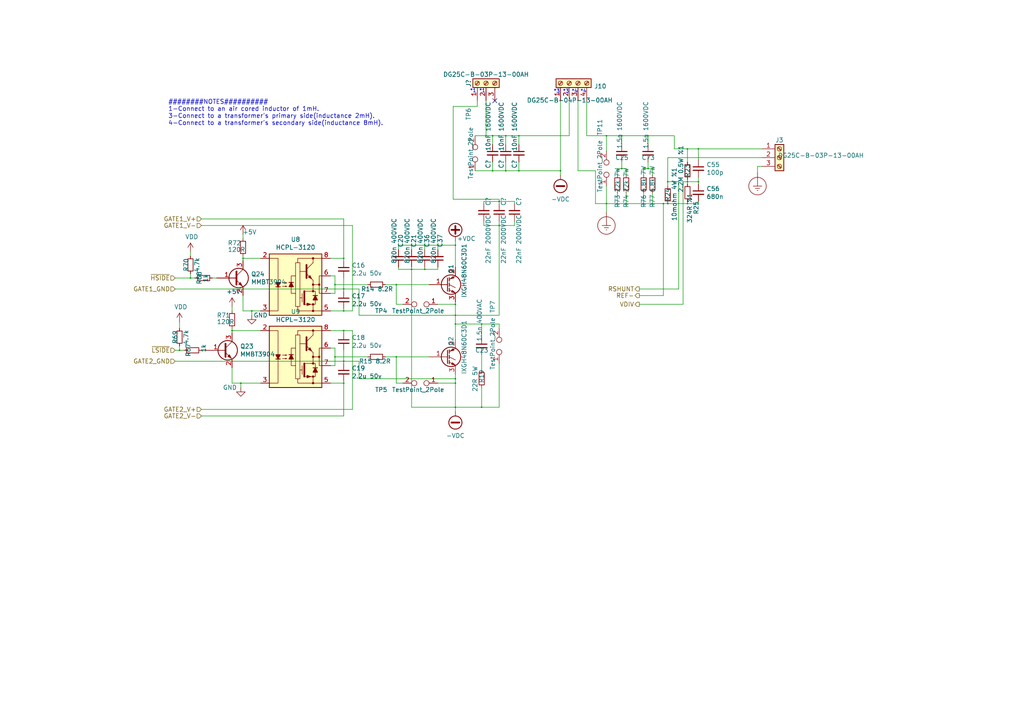
<source format=kicad_sch>
(kicad_sch (version 20200714) (host eeschema "5.99.0-unknown-4b7c88309~102~ubuntu18.04.1")
  (page 6 7)
  (paper "A4")
  (lib_symbols
    (symbol "Connector:Screw_Terminal_01x03" (pin_names hide)
      (property "Reference" "J" (at 0 5.08 0))
      (property "Value" "Screw_Terminal_01x03" (at 0 -5.08 0))
      (symbol "Screw_Terminal_01x03_1_1"
        (pin passive line (at -5.08 2.54 0) (length 3.81) (name "Pin_1") (number "1"))
        (pin passive line (at -5.08 0 0) (length 3.81) (name "Pin_2") (number "2"))
        (pin passive line (at -5.08 -2.54 0) (length 3.81) (name "Pin_3") (number "3"))
      )
    )
    (symbol "Connector:Screw_Terminal_01x03_1" (pin_names hide)
      (property "Reference" "J" (at 0 5.08 0))
      (property "Value" "Screw_Terminal_01x03" (at 0 -5.08 0))
      (symbol "Screw_Terminal_01x03_1_1_1"
        (pin passive line (at -5.08 2.54 0) (length 3.81) (name "Pin_1") (number "1"))
        (pin passive line (at -5.08 0 0) (length 3.81) (name "Pin_2") (number "2"))
        (pin passive line (at -5.08 -2.54 0) (length 3.81) (name "Pin_3") (number "3"))
      )
    )
    (symbol "Connector:Screw_Terminal_01x04" (pin_names hide)
      (property "Reference" "J" (at 0 5.08 0))
      (property "Value" "Screw_Terminal_01x04" (at 0 -7.62 0))
      (symbol "Screw_Terminal_01x04_1_1"
        (pin passive line (at -5.08 2.54 0) (length 3.81) (name "Pin_1") (number "1"))
        (pin passive line (at -5.08 0 0) (length 3.81) (name "Pin_2") (number "2"))
        (pin passive line (at -5.08 -2.54 0) (length 3.81) (name "Pin_3") (number "3"))
        (pin passive line (at -5.08 -5.08 0) (length 3.81) (name "Pin_4") (number "4"))
      )
    )
    (symbol "Connector:TestPoint_2Pole" (pin_names (offset 0.762) hide)
      (property "Reference" "TP" (at 0 1.524 0))
      (property "Value" "TestPoint_2Pole" (at 0 -1.778 0))
      (symbol "TestPoint_2Pole_0_1"
        (pin passive line (at -5.08 0 0) (length 2.54) (name "1") (number "1"))
        (pin passive line (at 5.08 0 180) (length 2.54) (name "2") (number "2"))
      )
    )
    (symbol "Device:C_Small_1" (pin_numbers hide) (pin_names (offset 0.254) hide)
      (property "Reference" "C" (at 0.254 1.778 0))
      (property "Value" "C_Small" (at 0.254 -2.032 0))
      (symbol "C_Small_1_1_1"
        (pin passive line (at 0 2.54 270) (length 2.032) (name "~") (number "1"))
        (pin passive line (at 0 -2.54 90) (length 2.032) (name "~") (number "2"))
      )
    )
    (symbol "Device:C_Small_10" (pin_numbers hide) (pin_names (offset 0.254) hide)
      (property "Reference" "C" (at 0.254 1.778 0))
      (property "Value" "C_Small" (at 0.254 -2.032 0))
      (symbol "C_Small_10_1_1"
        (pin passive line (at 0 2.54 270) (length 2.032) (name "~") (number "1"))
        (pin passive line (at 0 -2.54 90) (length 2.032) (name "~") (number "2"))
      )
    )
    (symbol "Device:C_Small_14" (pin_numbers hide) (pin_names (offset 0.254) hide)
      (property "Reference" "C" (at 0.254 1.778 0))
      (property "Value" "C_Small" (at 0.254 -2.032 0))
      (symbol "C_Small_14_1_1"
        (pin passive line (at 0 2.54 270) (length 2.032) (name "~") (number "1"))
        (pin passive line (at 0 -2.54 90) (length 2.032) (name "~") (number "2"))
      )
    )
    (symbol "Device:C_Small_17" (pin_numbers hide) (pin_names (offset 0.254) hide)
      (property "Reference" "C" (at 0.254 1.778 0))
      (property "Value" "C_Small" (at 0.254 -2.032 0))
      (symbol "C_Small_17_1_1"
        (pin passive line (at 0 2.54 270) (length 2.032) (name "~") (number "1"))
        (pin passive line (at 0 -2.54 90) (length 2.032) (name "~") (number "2"))
      )
    )
    (symbol "Device:C_Small_19" (pin_numbers hide) (pin_names (offset 0.254) hide)
      (property "Reference" "C" (at 0.254 1.778 0))
      (property "Value" "C_Small" (at 0.254 -2.032 0))
      (symbol "C_Small_19_1_1"
        (pin passive line (at 0 2.54 270) (length 2.032) (name "~") (number "1"))
        (pin passive line (at 0 -2.54 90) (length 2.032) (name "~") (number "2"))
      )
    )
    (symbol "Device:C_Small_2" (pin_numbers hide) (pin_names (offset 0.254) hide)
      (property "Reference" "C" (at 0.254 1.778 0))
      (property "Value" "C_Small" (at 0.254 -2.032 0))
      (symbol "C_Small_2_1_1"
        (pin passive line (at 0 2.54 270) (length 2.032) (name "~") (number "1"))
        (pin passive line (at 0 -2.54 90) (length 2.032) (name "~") (number "2"))
      )
    )
    (symbol "Device:C_Small_3" (pin_numbers hide) (pin_names (offset 0.254) hide)
      (property "Reference" "C" (at 0.254 1.778 0))
      (property "Value" "C_Small" (at 0.254 -2.032 0))
      (symbol "C_Small_3_1_1"
        (pin passive line (at 0 2.54 270) (length 2.032) (name "~") (number "1"))
        (pin passive line (at 0 -2.54 90) (length 2.032) (name "~") (number "2"))
      )
    )
    (symbol "Device:C_Small_5" (pin_numbers hide) (pin_names (offset 0.254) hide)
      (property "Reference" "C" (at 0.254 1.778 0))
      (property "Value" "C_Small" (at 0.254 -2.032 0))
      (symbol "C_Small_5_1_1"
        (pin passive line (at 0 2.54 270) (length 2.032) (name "~") (number "1"))
        (pin passive line (at 0 -2.54 90) (length 2.032) (name "~") (number "2"))
      )
    )
    (symbol "Device:C_Small_6" (pin_numbers hide) (pin_names (offset 0.254) hide)
      (property "Reference" "C" (at 0.254 1.778 0))
      (property "Value" "C_Small" (at 0.254 -2.032 0))
      (symbol "C_Small_6_1_1"
        (pin passive line (at 0 2.54 270) (length 2.032) (name "~") (number "1"))
        (pin passive line (at 0 -2.54 90) (length 2.032) (name "~") (number "2"))
      )
    )
    (symbol "Device:C_Small_9" (pin_numbers hide) (pin_names (offset 0.254) hide)
      (property "Reference" "C" (at 0.254 1.778 0))
      (property "Value" "C_Small" (at 0.254 -2.032 0))
      (symbol "C_Small_9_1_1"
        (pin passive line (at 0 2.54 270) (length 2.032) (name "~") (number "1"))
        (pin passive line (at 0 -2.54 90) (length 2.032) (name "~") (number "2"))
      )
    )
    (symbol "Device:Q_NIGBT_GCE_1" (pin_names (offset 0) hide)
      (property "Reference" "Q" (at 5.08 1.27 0))
      (property "Value" "Q_NIGBT_GCE" (at 5.08 -1.27 0))
      (symbol "Q_NIGBT_GCE_1_1_1"
        (pin input line (at -5.08 0 0) (length 5.334) (name "G") (number "1"))
        (pin passive line (at 2.54 5.08 270) (length 2.54) (name "C") (number "2"))
        (pin passive line (at 2.54 -5.08 90) (length 2.54) (name "E") (number "3"))
      )
    )
    (symbol "Device:R_Small_1" (pin_numbers hide) (pin_names (offset 0.254) hide)
      (property "Reference" "R" (at 0.762 0.508 0))
      (property "Value" "R_Small" (at 0.762 -1.016 0))
      (symbol "R_Small_1_1_1"
        (pin passive line (at 0 2.54 270) (length 0.762) (name "~") (number "1"))
        (pin passive line (at 0 -2.54 90) (length 0.762) (name "~") (number "2"))
      )
    )
    (symbol "Device:R_Small_10" (pin_numbers hide) (pin_names (offset 0.254) hide)
      (property "Reference" "R" (at 0.762 0.508 0))
      (property "Value" "R_Small" (at 0.762 -1.016 0))
      (symbol "R_Small_10_1_1"
        (pin passive line (at 0 2.54 270) (length 0.762) (name "~") (number "1"))
        (pin passive line (at 0 -2.54 90) (length 0.762) (name "~") (number "2"))
      )
    )
    (symbol "Device:R_Small_11" (pin_numbers hide) (pin_names (offset 0.254) hide)
      (property "Reference" "R" (at 0.762 0.508 0))
      (property "Value" "R_Small" (at 0.762 -1.016 0))
      (symbol "R_Small_11_1_1"
        (pin passive line (at 0 2.54 270) (length 0.762) (name "~") (number "1"))
        (pin passive line (at 0 -2.54 90) (length 0.762) (name "~") (number "2"))
      )
    )
    (symbol "Device:R_Small_14" (pin_numbers hide) (pin_names (offset 0.254) hide)
      (property "Reference" "R" (at 0.762 0.508 0))
      (property "Value" "R_Small" (at 0.762 -1.016 0))
      (symbol "R_Small_14_1_1"
        (pin passive line (at 0 2.54 270) (length 0.762) (name "~") (number "1"))
        (pin passive line (at 0 -2.54 90) (length 0.762) (name "~") (number "2"))
      )
    )
    (symbol "Device:R_Small_15" (pin_numbers hide) (pin_names (offset 0.254) hide)
      (property "Reference" "R" (at 0.762 0.508 0))
      (property "Value" "R_Small" (at 0.762 -1.016 0))
      (symbol "R_Small_15_1_1"
        (pin passive line (at 0 2.54 270) (length 0.762) (name "~") (number "1"))
        (pin passive line (at 0 -2.54 90) (length 0.762) (name "~") (number "2"))
      )
    )
    (symbol "Device:R_Small_16" (pin_numbers hide) (pin_names (offset 0.254) hide)
      (property "Reference" "R" (at 0.762 0.508 0))
      (property "Value" "R_Small" (at 0.762 -1.016 0))
      (symbol "R_Small_16_1_1"
        (pin passive line (at 0 2.54 270) (length 0.762) (name "~") (number "1"))
        (pin passive line (at 0 -2.54 90) (length 0.762) (name "~") (number "2"))
      )
    )
    (symbol "Device:R_Small_2" (pin_numbers hide) (pin_names (offset 0.254) hide)
      (property "Reference" "R" (at 0.762 0.508 0))
      (property "Value" "R_Small" (at 0.762 -1.016 0))
      (symbol "R_Small_2_1_1"
        (pin passive line (at 0 2.54 270) (length 0.762) (name "~") (number "1"))
        (pin passive line (at 0 -2.54 90) (length 0.762) (name "~") (number "2"))
      )
    )
    (symbol "Device:R_Small_23" (pin_numbers hide) (pin_names (offset 0.254) hide)
      (property "Reference" "R" (at 0.762 0.508 0))
      (property "Value" "R_Small" (at 0.762 -1.016 0))
      (symbol "R_Small_23_1_1"
        (pin passive line (at 0 2.54 270) (length 0.762) (name "~") (number "1"))
        (pin passive line (at 0 -2.54 90) (length 0.762) (name "~") (number "2"))
      )
    )
    (symbol "Device:R_Small_4" (pin_numbers hide) (pin_names (offset 0.254) hide)
      (property "Reference" "R" (at 0.762 0.508 0))
      (property "Value" "R_Small" (at 0.762 -1.016 0))
      (symbol "R_Small_4_1_1"
        (pin passive line (at 0 2.54 270) (length 0.762) (name "~") (number "1"))
        (pin passive line (at 0 -2.54 90) (length 0.762) (name "~") (number "2"))
      )
    )
    (symbol "Device:R_Small_5" (pin_numbers hide) (pin_names (offset 0.254) hide)
      (property "Reference" "R" (at 0.762 0.508 0))
      (property "Value" "R_Small" (at 0.762 -1.016 0))
      (symbol "R_Small_5_1_1"
        (pin passive line (at 0 2.54 270) (length 0.762) (name "~") (number "1"))
        (pin passive line (at 0 -2.54 90) (length 0.762) (name "~") (number "2"))
      )
    )
    (symbol "Device:R_Small_6" (pin_numbers hide) (pin_names (offset 0.254) hide)
      (property "Reference" "R" (at 0.762 0.508 0))
      (property "Value" "R_Small" (at 0.762 -1.016 0))
      (symbol "R_Small_6_1_1"
        (pin passive line (at 0 2.54 270) (length 0.762) (name "~") (number "1"))
        (pin passive line (at 0 -2.54 90) (length 0.762) (name "~") (number "2"))
      )
    )
    (symbol "Device:R_Small_8" (pin_numbers hide) (pin_names (offset 0.254) hide)
      (property "Reference" "R" (at 0.762 0.508 0))
      (property "Value" "R_Small" (at 0.762 -1.016 0))
      (symbol "R_Small_8_1_1"
        (pin passive line (at 0 2.54 270) (length 0.762) (name "~") (number "1"))
        (pin passive line (at 0 -2.54 90) (length 0.762) (name "~") (number "2"))
      )
    )
    (symbol "Device:R_Small_9" (pin_numbers hide) (pin_names (offset 0.254) hide)
      (property "Reference" "R" (at 0.762 0.508 0))
      (property "Value" "R_Small" (at 0.762 -1.016 0))
      (symbol "R_Small_9_1_1"
        (pin passive line (at 0 2.54 270) (length 0.762) (name "~") (number "1"))
        (pin passive line (at 0 -2.54 90) (length 0.762) (name "~") (number "2"))
      )
    )
    (symbol "Driver_FET:HCPL-3120" (pin_names (offset 0.508) hide)
      (property "Reference" "U" (at 0 12.7 0))
      (property "Value" "HCPL-3120" (at 0 10.16 0))
      (symbol "HCPL-3120_1_1"
        (pin unconnected line (at -7.62 2.54 0) (length 2.54) hide (name "NC") (number "1"))
        (pin passive line (at -10.16 7.62 0) (length 2.54) (name "A") (number "2"))
        (pin passive line (at -10.16 -7.62 0) (length 2.54) (name "C") (number "3"))
        (pin unconnected line (at -7.62 -2.54 0) (length 2.54) hide (name "NC") (number "4"))
        (pin power_out line (at 10.16 -7.62 180) (length 2.54) (name "VEE") (number "5"))
        (pin output line (at 10.16 2.54 180) (length 2.54) (name "VO") (number "6"))
        (pin output line (at 10.16 -2.54 180) (length 2.54) (name "VO") (number "7"))
        (pin power_in line (at 10.16 7.62 180) (length 2.54) (name "VCC") (number "8"))
      )
    )
    (symbol "Transistor_BJT:MMBT3904" (pin_names (offset 0) hide)
      (property "Reference" "Q" (at 5.08 1.905 0))
      (property "Value" "MMBT3904" (at 5.08 0 0))
      (symbol "MMBT3904_1_1"
        (pin input line (at -5.08 0 0) (length 5.715) (name "B") (number "1"))
        (pin passive line (at 2.54 -5.08 90) (length 2.54) (name "E") (number "2"))
        (pin passive line (at 2.54 5.08 270) (length 2.54) (name "C") (number "3"))
      )
    )
    (symbol "Transistor_BJT:MMBT3904_1" (pin_names (offset 0) hide)
      (property "Reference" "Q" (at 5.08 1.905 0))
      (property "Value" "MMBT3904" (at 5.08 0 0))
      (symbol "MMBT3904_1_1_1"
        (pin input line (at -5.08 0 0) (length 5.715) (name "B") (number "1"))
        (pin passive line (at 2.54 -5.08 90) (length 2.54) (name "E") (number "2"))
        (pin passive line (at 2.54 5.08 270) (length 2.54) (name "C") (number "3"))
      )
    )
    (symbol "power:+5V" (power) (pin_names (offset 0))
      (property "Value" "+5V" (at 0 3.556 0))
      (symbol "+5V_1_1"
        (pin power_in line (at 0 0 90) (length 0) hide (name "+5V") (number "1"))
      )
    )
    (symbol "power:+VDC" (power) (pin_names (offset 0))
      (property "Value" "+VDC" (at 0 6.35 0))
      (symbol "+VDC_1_1"
        (pin power_in line (at 0 0 90) (length 0) hide (name "+VDC") (number "1"))
      )
    )
    (symbol "power:-VDC" (power) (pin_names (offset 0))
      (property "Value" "-VDC" (at 0 6.35 0))
      (symbol "-VDC_1_1"
        (pin power_in line (at 0 0 90) (length 0) hide (name "-VDC") (number "1"))
      )
    )
    (symbol "power:Earth_Protective" (power) (pin_names (offset 0))
      (symbol "Earth_Protective_1_1"
        (pin power_in line (at 0 0 270) (length 0) hide (name "Earth_Protective") (number "1"))
      )
    )
    (symbol "power:Earth_Protective_1" (power) (pin_names (offset 0))
      (symbol "Earth_Protective_1_1_1"
        (pin power_in line (at 0 0 270) (length 0) hide (name "Earth_Protective") (number "1"))
      )
    )
    (symbol "power:GND" (power) (pin_names (offset 0))
      (property "Value" "GND" (at 0 -3.81 0))
      (symbol "GND_1_1"
        (pin power_in line (at 0 0 270) (length 0) hide (name "GND") (number "1"))
      )
    )
    (symbol "power:VDD" (power) (pin_names (offset 0))
      (property "Value" "VDD" (at 0 3.81 0))
      (symbol "VDD_1_1"
        (pin power_in line (at 0 0 90) (length 0) hide (name "VDD") (number "1"))
      )
    )
  )
  (junction (at 52.07 101.6) (diameter 0.3048))
  (junction (at 55.245 80.645) (diameter 0.3048))
  (junction (at 67.31 95.885) (diameter 0.3048))
  (junction (at 69.85 111.125) (diameter 0.3048))
  (junction (at 70.485 74.93) (diameter 0.3048))
  (junction (at 73.025 90.17) (diameter 0.3048))
  (junction (at 97.155 82.55) (diameter 0.3048))
  (junction (at 97.155 103.505) (diameter 0.3048))
  (junction (at 99.695 74.93) (diameter 0.3048))
  (junction (at 99.695 83.82) (diameter 0.3048))
  (junction (at 99.695 90.17) (diameter 0.3048))
  (junction (at 99.695 95.885) (diameter 0.3048))
  (junction (at 99.695 104.775) (diameter 0.3048))
  (junction (at 99.695 111.125) (diameter 0.3048))
  (junction (at 114.935 82.55) (diameter 0.3048))
  (junction (at 114.935 103.505) (diameter 0.3048))
  (junction (at 119.38 71.12) (diameter 0.3048))
  (junction (at 119.38 78.105) (diameter 0.3048))
  (junction (at 123.19 71.12) (diameter 0.3048))
  (junction (at 123.19 78.105) (diameter 0.3048))
  (junction (at 127 71.12) (diameter 0.3048))
  (junction (at 132.08 71.12) (diameter 0.3048))
  (junction (at 132.08 88.265) (diameter 0.3048))
  (junction (at 132.08 91.44) (diameter 0.3048))
  (junction (at 132.08 93.98) (diameter 0.3048))
  (junction (at 132.08 109.855) (diameter 0.3048))
  (junction (at 132.08 111.125) (diameter 0.3048))
  (junction (at 132.08 118.11) (diameter 0.3048))
  (junction (at 139.7 93.98) (diameter 0.3048))
  (junction (at 139.7 118.11) (diameter 0.3048))
  (junction (at 140.97 39.37) (diameter 0.3048))
  (junction (at 142.875 39.37) (diameter 0.3048))
  (junction (at 142.875 49.53) (diameter 0.3048))
  (junction (at 144.78 58.42) (diameter 0.3048))
  (junction (at 144.78 65.405) (diameter 0.3048))
  (junction (at 146.685 39.37) (diameter 0.3048))
  (junction (at 146.685 49.53) (diameter 0.3048))
  (junction (at 150.495 39.37) (diameter 0.3048))
  (junction (at 150.495 49.53) (diameter 0.3048))
  (junction (at 162.56 49.53) (diameter 0.3048))
  (junction (at 175.895 39.37) (diameter 0.3048))
  (junction (at 175.895 59.055) (diameter 0.3048))
  (junction (at 179.07 59.055) (diameter 0.3048))
  (junction (at 180.34 39.37) (diameter 0.3048))
  (junction (at 180.34 48.895) (diameter 0.3048))
  (junction (at 181.61 59.055) (diameter 0.3048))
  (junction (at 186.69 59.055) (diameter 0.3048))
  (junction (at 187.96 39.37) (diameter 0.3048))
  (junction (at 187.96 48.895) (diameter 0.3048))
  (junction (at 189.23 59.055) (diameter 0.3048))
  (junction (at 192.405 59.055) (diameter 0.3048))
  (junction (at 193.675 52.705) (diameter 0.3048))
  (junction (at 193.675 59.055) (diameter 0.3048))
  (junction (at 199.39 43.18) (diameter 0.3048))
  (junction (at 199.39 52.705) (diameter 0.3048))
  (junction (at 199.39 59.055) (diameter 0.3048))
  (junction (at 202.565 43.18) (diameter 0.3048))
  (junction (at 202.565 52.705) (diameter 0.3048))
  (no_connect (at 143.51 29.21))
  (wire (pts (xy 50.8 80.645) (xy 55.245 80.645)))
  (wire (pts (xy 50.8 83.82) (xy 99.695 83.82)))
  (wire (pts (xy 50.8 101.6) (xy 52.07 101.6)))
  (wire (pts (xy 50.8 104.775) (xy 99.695 104.775)))
  (wire (pts (xy 52.07 93.345) (xy 52.07 95.25)))
  (wire (pts (xy 52.07 100.33) (xy 52.07 101.6)))
  (wire (pts (xy 52.07 101.6) (xy 53.34 101.6)))
  (wire (pts (xy 55.245 73.025) (xy 55.245 74.295)))
  (wire (pts (xy 55.245 79.375) (xy 55.245 80.645)))
  (wire (pts (xy 55.245 80.645) (xy 56.515 80.645)))
  (wire (pts (xy 58.42 65.405) (xy 102.235 65.405)))
  (wire (pts (xy 58.42 101.6) (xy 59.69 101.6)))
  (wire (pts (xy 58.42 118.745) (xy 102.235 118.745)))
  (wire (pts (xy 61.595 80.645) (xy 62.865 80.645)))
  (wire (pts (xy 67.31 88.9) (xy 67.31 90.17)))
  (wire (pts (xy 67.31 95.25) (xy 67.31 95.885)))
  (wire (pts (xy 67.31 95.885) (xy 67.31 96.52)))
  (wire (pts (xy 67.31 95.885) (xy 75.565 95.885)))
  (wire (pts (xy 67.31 106.68) (xy 67.31 111.125)))
  (wire (pts (xy 67.31 111.125) (xy 69.85 111.125)))
  (wire (pts (xy 69.85 111.125) (xy 75.565 111.125)))
  (wire (pts (xy 69.85 112.395) (xy 69.85 111.125)))
  (wire (pts (xy 70.485 67.945) (xy 70.485 69.215)))
  (wire (pts (xy 70.485 74.295) (xy 70.485 74.93)))
  (wire (pts (xy 70.485 74.93) (xy 75.565 74.93)))
  (wire (pts (xy 70.485 75.565) (xy 70.485 74.93)))
  (wire (pts (xy 70.485 85.725) (xy 70.485 90.17)))
  (wire (pts (xy 70.485 90.17) (xy 73.025 90.17)))
  (wire (pts (xy 73.025 90.17) (xy 75.565 90.17)))
  (wire (pts (xy 73.025 91.44) (xy 73.025 90.17)))
  (wire (pts (xy 95.885 74.93) (xy 99.695 74.93)))
  (wire (pts (xy 95.885 85.09) (xy 97.155 85.09)))
  (wire (pts (xy 95.885 90.17) (xy 99.695 90.17)))
  (wire (pts (xy 95.885 95.885) (xy 99.695 95.885)))
  (wire (pts (xy 95.885 106.045) (xy 97.155 106.045)))
  (wire (pts (xy 95.885 111.125) (xy 99.695 111.125)))
  (wire (pts (xy 97.155 80.01) (xy 95.885 80.01)))
  (wire (pts (xy 97.155 82.55) (xy 97.155 80.01)))
  (wire (pts (xy 97.155 82.55) (xy 106.68 82.55)))
  (wire (pts (xy 97.155 85.09) (xy 97.155 82.55)))
  (wire (pts (xy 97.155 100.965) (xy 95.885 100.965)))
  (wire (pts (xy 97.155 103.505) (xy 97.155 100.965)))
  (wire (pts (xy 97.155 103.505) (xy 106.68 103.505)))
  (wire (pts (xy 97.155 106.045) (xy 97.155 103.505)))
  (wire (pts (xy 99.695 63.5) (xy 58.42 63.5)))
  (wire (pts (xy 99.695 74.93) (xy 99.695 63.5)))
  (wire (pts (xy 99.695 74.93) (xy 99.695 75.565)))
  (wire (pts (xy 99.695 80.645) (xy 99.695 83.82)))
  (wire (pts (xy 99.695 83.82) (xy 99.695 84.455)))
  (wire (pts (xy 99.695 83.82) (xy 104.14 83.82)))
  (wire (pts (xy 99.695 90.17) (xy 99.695 89.535)))
  (wire (pts (xy 99.695 90.17) (xy 102.235 90.17)))
  (wire (pts (xy 99.695 95.885) (xy 99.695 96.52)))
  (wire (pts (xy 99.695 101.6) (xy 99.695 104.775)))
  (wire (pts (xy 99.695 104.775) (xy 99.695 105.41)))
  (wire (pts (xy 99.695 111.125) (xy 99.695 110.49)))
  (wire (pts (xy 99.695 111.125) (xy 99.695 120.65)))
  (wire (pts (xy 99.695 120.65) (xy 58.42 120.65)))
  (wire (pts (xy 102.235 90.17) (xy 102.235 65.405)))
  (wire (pts (xy 102.235 95.885) (xy 99.695 95.885)))
  (wire (pts (xy 102.235 118.745) (xy 102.235 95.885)))
  (wire (pts (xy 104.14 83.82) (xy 104.14 91.44)))
  (wire (pts (xy 104.14 91.44) (xy 132.08 91.44)))
  (wire (pts (xy 104.14 104.775) (xy 99.695 104.775)))
  (wire (pts (xy 104.14 109.855) (xy 104.14 104.775)))
  (wire (pts (xy 104.14 109.855) (xy 132.08 109.855)))
  (wire (pts (xy 111.76 82.55) (xy 114.935 82.55)))
  (wire (pts (xy 111.76 103.505) (xy 114.935 103.505)))
  (wire (pts (xy 114.935 82.55) (xy 124.46 82.55)))
  (wire (pts (xy 114.935 88.265) (xy 114.935 82.55)))
  (wire (pts (xy 114.935 103.505) (xy 124.46 103.505)))
  (wire (pts (xy 114.935 111.125) (xy 114.935 103.505)))
  (wire (pts (xy 114.935 111.125) (xy 116.84 111.125)))
  (wire (pts (xy 115.57 71.12) (xy 119.38 71.12)))
  (wire (pts (xy 115.57 72.39) (xy 115.57 71.12)))
  (wire (pts (xy 115.57 77.47) (xy 115.57 78.105)))
  (wire (pts (xy 115.57 78.105) (xy 119.38 78.105)))
  (wire (pts (xy 116.84 88.265) (xy 114.935 88.265)))
  (wire (pts (xy 119.38 71.12) (xy 119.38 72.39)))
  (wire (pts (xy 119.38 71.12) (xy 123.19 71.12)))
  (wire (pts (xy 119.38 78.105) (xy 119.38 77.47)))
  (wire (pts (xy 119.38 78.105) (xy 119.38 118.11)))
  (wire (pts (xy 119.38 78.105) (xy 123.19 78.105)))
  (wire (pts (xy 119.38 118.11) (xy 132.08 118.11)))
  (wire (pts (xy 123.19 71.12) (xy 123.19 72.39)))
  (wire (pts (xy 123.19 71.12) (xy 127 71.12)))
  (wire (pts (xy 123.19 77.47) (xy 123.19 78.105)))
  (wire (pts (xy 123.19 78.105) (xy 127 78.105)))
  (wire (pts (xy 127 71.12) (xy 127 72.39)))
  (wire (pts (xy 127 71.12) (xy 132.08 71.12)))
  (wire (pts (xy 127 77.47) (xy 127 78.105)))
  (wire (pts (xy 127 88.265) (xy 132.08 88.265)))
  (wire (pts (xy 127 111.125) (xy 132.08 111.125)))
  (wire (pts (xy 131.445 30.861) (xy 131.445 57.785)))
  (wire (pts (xy 131.445 57.785) (xy 144.78 57.785)))
  (wire (pts (xy 132.08 69.85) (xy 132.08 71.12)))
  (wire (pts (xy 132.08 71.12) (xy 132.08 77.47)))
  (wire (pts (xy 132.08 87.63) (xy 132.08 88.265)))
  (wire (pts (xy 132.08 88.265) (xy 132.08 91.44)))
  (wire (pts (xy 132.08 91.44) (xy 132.08 93.98)))
  (wire (pts (xy 132.08 91.44) (xy 144.78 91.44)))
  (wire (pts (xy 132.08 93.98) (xy 132.08 98.425)))
  (wire (pts (xy 132.08 93.98) (xy 139.7 93.98)))
  (wire (pts (xy 132.08 108.585) (xy 132.08 109.855)))
  (wire (pts (xy 132.08 111.125) (xy 132.08 109.855)))
  (wire (pts (xy 132.08 111.125) (xy 132.08 118.11)))
  (wire (pts (xy 132.08 118.11) (xy 132.08 119.38)))
  (wire (pts (xy 132.08 118.11) (xy 139.7 118.11)))
  (wire (pts (xy 137.795 39.37) (xy 140.97 39.37)))
  (wire (pts (xy 137.795 49.53) (xy 142.875 49.53)))
  (wire (pts (xy 138.43 29.21) (xy 138.43 30.861)))
  (wire (pts (xy 138.43 30.861) (xy 131.445 30.861)))
  (wire (pts (xy 139.7 97.79) (xy 139.7 93.98)))
  (wire (pts (xy 139.7 102.87) (xy 139.7 107.315)))
  (wire (pts (xy 139.7 112.395) (xy 139.7 118.11)))
  (wire (pts (xy 139.7 118.11) (xy 144.78 118.11)))
  (wire (pts (xy 140.335 58.42) (xy 144.78 58.42)))
  (wire (pts (xy 140.335 59.055) (xy 140.335 58.42)))
  (wire (pts (xy 140.335 64.135) (xy 140.335 65.405)))
  (wire (pts (xy 140.335 65.405) (xy 144.78 65.405)))
  (wire (pts (xy 140.97 29.21) (xy 140.97 39.37)))
  (wire (pts (xy 140.97 39.37) (xy 142.875 39.37)))
  (wire (pts (xy 142.875 39.37) (xy 142.875 41.91)))
  (wire (pts (xy 142.875 39.37) (xy 146.685 39.37)))
  (wire (pts (xy 142.875 46.99) (xy 142.875 49.53)))
  (wire (pts (xy 142.875 49.53) (xy 146.685 49.53)))
  (wire (pts (xy 144.78 57.785) (xy 144.78 58.42)))
  (wire (pts (xy 144.78 58.42) (xy 144.78 59.055)))
  (wire (pts (xy 144.78 58.42) (xy 149.225 58.42)))
  (wire (pts (xy 144.78 64.135) (xy 144.78 65.405)))
  (wire (pts (xy 144.78 65.405) (xy 144.78 91.44)))
  (wire (pts (xy 144.78 65.405) (xy 149.225 65.405)))
  (wire (pts (xy 144.78 93.98) (xy 139.7 93.98)))
  (wire (pts (xy 144.78 95.25) (xy 144.78 93.98)))
  (wire (pts (xy 144.78 105.41) (xy 144.78 118.11)))
  (wire (pts (xy 146.685 39.37) (xy 146.685 41.91)))
  (wire (pts (xy 146.685 39.37) (xy 150.495 39.37)))
  (wire (pts (xy 146.685 46.99) (xy 146.685 49.53)))
  (wire (pts (xy 146.685 49.53) (xy 150.495 49.53)))
  (wire (pts (xy 149.225 58.42) (xy 149.225 59.055)))
  (wire (pts (xy 149.225 64.135) (xy 149.225 65.405)))
  (wire (pts (xy 150.495 39.37) (xy 150.495 41.91)))
  (wire (pts (xy 150.495 39.37) (xy 165.1 39.37)))
  (wire (pts (xy 150.495 46.99) (xy 150.495 49.53)))
  (wire (pts (xy 150.495 49.53) (xy 162.56 49.53)))
  (wire (pts (xy 162.56 29.21) (xy 162.56 49.53)))
  (wire (pts (xy 162.56 49.53) (xy 162.56 50.8)))
  (wire (pts (xy 165.1 39.37) (xy 165.1 29.21)))
  (wire (pts (xy 167.64 29.21) (xy 167.64 49.53)))
  (wire (pts (xy 167.64 49.53) (xy 172.72 49.53)))
  (wire (pts (xy 170.18 29.21) (xy 170.18 39.37)))
  (wire (pts (xy 170.18 39.37) (xy 175.895 39.37)))
  (wire (pts (xy 172.72 49.53) (xy 172.72 59.055)))
  (wire (pts (xy 172.72 59.055) (xy 175.895 59.055)))
  (wire (pts (xy 175.895 39.37) (xy 175.895 43.815)))
  (wire (pts (xy 175.895 39.37) (xy 180.34 39.37)))
  (wire (pts (xy 175.895 53.975) (xy 175.895 59.055)))
  (wire (pts (xy 175.895 59.055) (xy 175.895 61.595)))
  (wire (pts (xy 175.895 59.055) (xy 179.07 59.055)))
  (wire (pts (xy 179.07 48.895) (xy 179.07 50.8)))
  (wire (pts (xy 179.07 55.88) (xy 179.07 59.055)))
  (wire (pts (xy 179.07 59.055) (xy 181.61 59.055)))
  (wire (pts (xy 180.34 39.37) (xy 180.34 41.91)))
  (wire (pts (xy 180.34 39.37) (xy 187.96 39.37)))
  (wire (pts (xy 180.34 46.99) (xy 180.34 48.895)))
  (wire (pts (xy 180.34 48.895) (xy 179.07 48.895)))
  (wire (pts (xy 180.34 48.895) (xy 181.61 48.895)))
  (wire (pts (xy 181.61 48.895) (xy 181.61 50.8)))
  (wire (pts (xy 181.61 55.88) (xy 181.61 59.055)))
  (wire (pts (xy 181.61 59.055) (xy 186.69 59.055)))
  (wire (pts (xy 185.42 83.82) (xy 196.85 83.82)))
  (wire (pts (xy 185.42 85.725) (xy 192.405 85.725)))
  (wire (pts (xy 185.42 88.265) (xy 198.12 88.265)))
  (wire (pts (xy 186.69 48.895) (xy 186.69 50.8)))
  (wire (pts (xy 186.69 48.895) (xy 187.96 48.895)))
  (wire (pts (xy 186.69 55.88) (xy 186.69 59.055)))
  (wire (pts (xy 186.69 59.055) (xy 189.23 59.055)))
  (wire (pts (xy 187.96 39.37) (xy 187.96 41.91)))
  (wire (pts (xy 187.96 39.37) (xy 195.58 39.37)))
  (wire (pts (xy 187.96 46.99) (xy 187.96 48.895)))
  (wire (pts (xy 187.96 48.895) (xy 189.23 48.895)))
  (wire (pts (xy 189.23 48.895) (xy 189.23 50.8)))
  (wire (pts (xy 189.23 55.88) (xy 189.23 59.055)))
  (wire (pts (xy 189.23 59.055) (xy 192.405 59.055)))
  (wire (pts (xy 192.405 59.055) (xy 193.675 59.055)))
  (wire (pts (xy 192.405 85.725) (xy 192.405 59.055)))
  (wire (pts (xy 193.675 45.72) (xy 193.675 52.705)))
  (wire (pts (xy 193.675 45.72) (xy 220.98 45.72)))
  (wire (pts (xy 193.675 52.705) (xy 193.675 53.975)))
  (wire (pts (xy 193.675 59.055) (xy 199.39 59.055)))
  (wire (pts (xy 195.58 39.37) (xy 195.58 43.18)))
  (wire (pts (xy 195.58 43.18) (xy 199.39 43.18)))
  (wire (pts (xy 196.85 52.705) (xy 193.675 52.705)))
  (wire (pts (xy 196.85 83.82) (xy 196.85 52.705)))
  (wire (pts (xy 198.12 52.705) (xy 198.12 88.265)))
  (wire (pts (xy 199.39 43.18) (xy 199.39 46.99)))
  (wire (pts (xy 199.39 43.18) (xy 202.565 43.18)))
  (wire (pts (xy 199.39 52.07) (xy 199.39 52.705)))
  (wire (pts (xy 199.39 52.705) (xy 198.12 52.705)))
  (wire (pts (xy 199.39 52.705) (xy 199.39 53.34)))
  (wire (pts (xy 199.39 52.705) (xy 202.565 52.705)))
  (wire (pts (xy 199.39 59.055) (xy 199.39 58.42)))
  (wire (pts (xy 199.39 59.055) (xy 202.565 59.055)))
  (wire (pts (xy 202.565 43.18) (xy 202.565 46.355)))
  (wire (pts (xy 202.565 43.18) (xy 220.98 43.18)))
  (wire (pts (xy 202.565 52.705) (xy 202.565 51.435)))
  (wire (pts (xy 202.565 52.705) (xy 202.565 53.34)))
  (wire (pts (xy 202.565 59.055) (xy 202.565 58.42)))
  (wire (pts (xy 219.71 48.26) (xy 219.71 50.165)))
  (wire (pts (xy 219.71 48.26) (xy 220.98 48.26)))
  (text "########NOTES##########\n1-Connect to an air cored inductor of 1mH.\n3-Connect to a transformer's primary side(inductance 2mH).\n4-Connect to a transformer's secondary side(inductance 8mH).\n" (at 48.768 36.576 0) (effects (font (size 1.27 1.27)) (justify left bottom)))
  (text "*1" (at 138.176 27.051 180) (effects (font (size 1 1)) (justify right bottom)))
  (text "*1\n" (at 140.843 27.051 180) (effects (font (size 1 1)) (justify right bottom)))
  (text "*3" (at 160.528 27.178 0) (effects (font (size 1 1)) (justify left bottom)))
  (text "*3" (at 163.195 27.178 0) (effects (font (size 0.991 0.991)) (justify left bottom)))
  (text "*4" (at 165.735 27.178 0) (effects (font (size 0.991 0.991)) (justify left bottom)))
  (text "*4" (at 168.275 27.178 0) (effects (font (size 0.991 0.991)) (justify left bottom)))
  (hierarchical_label "~HSIDE" (shape input) (at 50.8 80.645 180))
  (hierarchical_label "GATE1_GND" (shape input) (at 50.8 83.82 180))
  (hierarchical_label "~LSIDE" (shape input) (at 50.8 101.6 180))
  (hierarchical_label "GATE2_GND" (shape input) (at 50.8 104.775 180))
  (hierarchical_label "GATE1_V+" (shape input) (at 58.42 63.5 180))
  (hierarchical_label "GATE1_V-" (shape input) (at 58.42 65.405 180))
  (hierarchical_label "GATE2_V+" (shape input) (at 58.42 118.745 180))
  (hierarchical_label "GATE2_V-" (shape input) (at 58.42 120.65 180))
  (hierarchical_label "RSHUNT" (shape output) (at 185.42 83.82 180))
  (hierarchical_label "REF-" (shape output) (at 185.42 85.725 180))
  (hierarchical_label "VDIV" (shape output) (at 185.42 88.265 180))
  (symbol (lib_id "power:VDD") (at 52.07 93.345 0) (unit 1)
    (property "Reference" "#PWR?" (effects hide))
    (property "Value" "VDD" (at 52.4383 89.0206 0))
  )
  (symbol (lib_id "power:VDD") (at 55.245 73.025 0) (unit 1)
    (property "Reference" "#PWR?" (effects hide))
    (property "Value" "VDD" (at 55.6133 68.7006 0))
  )
  (symbol (lib_id "power:+5V") (at 67.31 88.9 0) (unit 1)
    (property "Reference" "#PWR0126" (effects hide))
    (property "Value" "+5V" (at 67.691 84.582 0))
  )
  (symbol (lib_id "power:+5V") (at 70.485 67.945 0) (unit 1)
    (property "Reference" "#PWR0129" (effects hide))
    (property "Value" "+5V" (at 72.39 67.31 0))
  )
  (symbol (lib_id "power:GND") (at 69.85 112.395 0) (unit 1)
    (property "Reference" "#PWR0127" (effects hide))
    (property "Value" "GND" (at 66.675 112.395 0))
  )
  (symbol (lib_id "power:GND") (at 73.025 91.44 0) (unit 1)
    (property "Reference" "#PWR0128" (effects hide))
    (property "Value" "GND" (at 75.565 91.44 0))
  )
  (symbol (lib_name "Device:R_Small_16") (lib_id "Device:R_Small") (at 52.07 97.79 180) (unit 1)
    (property "Reference" "R69" (at 50.8 97.79 90))
    (property "Value" "4.7k" (at 53.975 97.79 90))
    (property "Footprint" "Resistor_SMD:R_0805_2012Metric" (effects hide))
    (property "Link" "https://ozdisan.com/passive-components/resistors/smt-smd-and-chip-resistors/0805S8F4701T5E" (effects hide))
    (property "Price" "0.00286 USD" (effects hide))
  )
  (symbol (lib_name "Device:R_Small_9") (lib_id "Device:R_Small") (at 55.245 76.835 180) (unit 1)
    (property "Reference" "R70" (at 53.975 76.835 90))
    (property "Value" "4.7k" (at 57.15 76.835 90))
    (property "Footprint" "Resistor_SMD:R_0805_2012Metric" (effects hide))
    (property "Link" "https://ozdisan.com/passive-components/resistors/smt-smd-and-chip-resistors/0805S8F4701T5E" (effects hide))
    (property "Price" "0.00286 USD" (effects hide))
  )
  (symbol (lib_name "Device:R_Small_4") (lib_id "Device:R_Small") (at 55.88 101.6 90) (unit 1)
    (property "Reference" "R67" (at 54.61 103.505 0) (effects (justify left)))
    (property "Value" "1k" (at 59.055 102.235 0) (effects (justify left)))
    (property "Footprint" "Resistor_SMD:R_0805_2012Metric" (effects hide))
    (property "Link" "https://ozdisan.com/passive-components/resistors/smt-smd-and-chip-resistors/0805S8J0102T5E" (effects hide))
    (property "Price" "0.00221 USD" (effects hide))
  )
  (symbol (lib_name "Device:R_Small_14") (lib_id "Device:R_Small") (at 59.055 80.645 90) (unit 1)
    (property "Reference" "R68" (at 57.785 82.55 0) (effects (justify left)))
    (property "Value" "1k" (at 59.69 81.915 0) (effects (justify left)))
    (property "Footprint" "Resistor_SMD:R_0805_2012Metric" (effects hide))
    (property "Link" "https://ozdisan.com/passive-components/resistors/smt-smd-and-chip-resistors/0805S8J0102T5E" (effects hide))
    (property "Price" "0.00221 USD" (effects hide))
  )
  (symbol (lib_name "Device:R_Small_8") (lib_id "Device:R_Small") (at 67.31 92.71 0) (unit 1)
    (property "Reference" "R71" (at 62.865 91.44 0) (effects (justify left)))
    (property "Value" "120R" (at 62.865 93.345 0) (effects (justify left)))
    (property "Footprint" "Resistor_SMD:R_0805_2012Metric" (effects hide))
    (property "Link" "https://ozdisan.com/passive-components/resistors/smt-smd-and-chip-resistors/HP05W3F1200T5E" (effects hide))
    (property "Price" "0.00741 USD" (effects hide))
  )
  (symbol (lib_name "Device:R_Small_8") (lib_id "Device:R_Small") (at 70.485 71.755 0) (unit 1)
    (property "Reference" "R72" (at 66.04 70.485 0) (effects (justify left)))
    (property "Value" "120R" (at 66.04 72.39 0) (effects (justify left)))
    (property "Footprint" "Resistor_SMD:R_0805_2012Metric" (effects hide))
    (property "Link" "https://ozdisan.com/passive-components/resistors/smt-smd-and-chip-resistors/HP05W3F1200T5E" (effects hide))
    (property "Price" "0.00741 USD" (effects hide))
  )
  (symbol (lib_name "Device:R_Small_6") (lib_id "Device:R_Small") (at 109.22 82.55 90) (unit 1)
    (property "Reference" "R14" (at 106.68 83.82 90))
    (property "Value" "8.2R" (at 111.76 83.82 90))
    (property "Link" "https://ozdisan.com/passive-components/resistors/smt-smd-and-chip-resistors/1206S4J082JT5E" (effects hide))
    (property "Price" "0.00364 USD" (effects hide))
  )
  (symbol (lib_name "Device:R_Small_6") (lib_id "Device:R_Small") (at 109.22 103.505 90) (unit 1)
    (property "Reference" "R15" (at 106.045 104.775 90))
    (property "Value" "8.2R" (at 111.125 104.775 90))
    (property "Link" "https://ozdisan.com/passive-components/resistors/smt-smd-and-chip-resistors/1206S4J082JT5E" (effects hide))
    (property "Price" "0.00364 USD" (effects hide))
  )
  (symbol (lib_name "Device:R_Small_23") (lib_id "Device:R_Small") (at 139.7 109.855 0) (unit 1)
    (property "Reference" "R19" (at 139.7 111.125 90) (effects (justify left)))
    (property "Value" "22R 5W" (at 137.795 113.665 90) (effects (justify left)))
    (property "Footprint" "Resistor_THT:R_Axial_Power_L25.0mm_W9.0mm_P30.48mm" (effects hide))
    (property "Link" "https://ozdisan.com/passive-components/resistors/tht-through-hole-resistors/MOR05SJ0220B07" (effects hide))
    (property "Price" "0.15928 USD" (effects hide))
  )
  (symbol (lib_name "Device:R_Small_15") (lib_id "Device:R_Small") (at 179.07 53.34 0) (unit 1)
    (property "Reference" "R73" (at 179.07 60.325 90) (effects (justify left)))
    (property "Value" "22k 7W" (at 179.07 55.88 90) (effects (justify left)))
    (property "Footprint" "Resistor_THT:R_Axial_DIN0922_L20.0mm_D9.0mm_P30.48mm_Horizontal" (effects hide))
    (property "Link" "https://ozdisan.com/passive-components/resistors/tht-through-hole-resistors/MOR07SJ0223B00" (effects hide))
    (property "Price" "0.19746 USD" (effects hide))
  )
  (symbol (lib_name "Device:R_Small_15") (lib_id "Device:R_Small") (at 181.61 53.34 0) (unit 1)
    (property "Reference" "R74" (at 181.61 60.325 90) (effects (justify left)))
    (property "Value" "22k 7W" (at 181.61 55.88 90) (effects (justify left)))
    (property "Footprint" "Resistor_THT:R_Axial_DIN0922_L20.0mm_D9.0mm_P30.48mm_Horizontal" (effects hide))
    (property "Link" "https://ozdisan.com/passive-components/resistors/tht-through-hole-resistors/MOR07SJ0223B00" (effects hide))
    (property "Price" "0.19746 USD" (effects hide))
  )
  (symbol (lib_name "Device:R_Small_5") (lib_id "Device:R_Small") (at 186.69 53.34 0) (unit 1)
    (property "Reference" "R76" (at 186.69 60.325 90) (effects (justify left)))
    (property "Value" "6.8k 7W" (at 186.69 55.88 90) (effects (justify left)))
    (property "Footprint" "Resistor_THT:R_Axial_Power_L25.0mm_W9.0mm_P30.48mm" (effects hide))
    (property "Link" "https://ozdisan.com/passive-components/resistors/tht-through-hole-resistors/MOR07SJ0682B00" (effects hide))
    (property "Price" "0.19746 USD" (effects hide))
  )
  (symbol (lib_name "Device:R_Small_10") (lib_id "Device:R_Small") (at 189.23 53.34 0) (unit 1)
    (property "Reference" "R77" (at 189.23 60.325 90) (effects (justify left)))
    (property "Value" "6.8k 7W" (at 189.23 55.88 90) (effects (justify left)))
    (property "Footprint" "Resistor_THT:R_Axial_Power_L25.0mm_W9.0mm_P30.48mm" (effects hide))
    (property "Link" "https://ozdisan.com/passive-components/resistors/tht-through-hole-resistors/MOR07SJ0682B00" (effects hide))
    (property "Price" "0.19746 USD" (effects hide))
  )
  (symbol (lib_name "Device:R_Small_11") (lib_id "Device:R_Small") (at 193.675 56.515 0) (unit 1)
    (property "Reference" "R24" (at 193.675 58.42 90) (effects (justify left)))
    (property "Value" "10mohm 4W %1" (at 195.58 64.135 90) (effects (justify left)))
    (property "Footprint" "Resistor_SMD:R_2512_6332Metric" (effects hide))
    (property "Link" "https://ozdisan.com/passive-components/resistors/precision-power-and-shunt-resistors/VMS-R010-1-0" (effects hide))
    (property "Price" "0.93093 USD" (effects hide))
  )
  (symbol (lib_name "Device:R_Small_1") (lib_id "Device:R_Small") (at 199.39 49.53 0) (unit 1)
    (property "Reference" "R23" (at 199.39 51.435 90) (effects (justify left)))
    (property "Value" "2.2M 0.5W %1" (at 197.485 55.88 90) (effects (justify left)))
    (property "Footprint" "Resistor_SMD:R_1812_4532Metric" (effects hide))
    (property "Link" "https://ozdisan.com/passive-components/resistors/smt-smd-and-chip-resistors/1812W2F2204T4E" (effects hide))
    (property "Price" "0.05136 USD" (effects hide))
  )
  (symbol (lib_name "Device:R_Small_2") (lib_id "Device:R_Small") (at 199.39 55.88 0) (unit 1)
    (property "Reference" "R25" (at 201.93 62.23 90) (effects (justify left)))
    (property "Value" "324R %1" (at 200.025 64.77 90) (effects (justify left)))
    (property "Footprint" "Resistor_SMD:R_0805_2012Metric" (effects hide))
    (property "Link" "https://ozdisan.com/passive-components/resistors/smt-smd-and-chip-resistors/0805S8F3240T5E" (effects hide))
    (property "Price" "0.00286 USD" (effects hide))
  )
  (symbol (lib_name "Device:C_Small_14") (lib_id "Device:C_Small") (at 99.695 78.105 0) (unit 1)
    (property "Reference" "C16" (at 102.0192 76.9556 0) (effects (justify left)))
    (property "Value" "2.2u 50v" (at 102.0192 79.2543 0) (effects (justify left)))
    (property "Footprint" "Capacitor_SMD:C_0805_2012Metric" (effects hide))
    (property "Link" "https://ozdisan.com/passive-components/capacitors/smt-smd-and-mlcc-capacitors/CL21A225KBQNNNE" (effects hide))
    (property "Price" "0.05880 USD" (effects hide))
  )
  (symbol (lib_name "Device:C_Small_14") (lib_id "Device:C_Small") (at 99.695 86.995 0) (unit 1)
    (property "Reference" "C17" (at 102.0192 85.8456 0) (effects (justify left)))
    (property "Value" "2.2u 50v" (at 102.0192 88.1443 0) (effects (justify left)))
    (property "Footprint" "Capacitor_SMD:C_0805_2012Metric" (effects hide))
    (property "Link" "https://ozdisan.com/passive-components/capacitors/smt-smd-and-mlcc-capacitors/CL21A225KBQNNNE" (effects hide))
    (property "Price" "0.05880 USD" (effects hide))
  )
  (symbol (lib_name "Device:C_Small_14") (lib_id "Device:C_Small") (at 99.695 99.06 0) (unit 1)
    (property "Reference" "C18" (at 102.0192 97.9106 0) (effects (justify left)))
    (property "Value" "2.2u 50v" (at 102.0192 100.2093 0) (effects (justify left)))
    (property "Footprint" "Capacitor_SMD:C_0805_2012Metric" (effects hide))
    (property "Link" "https://ozdisan.com/passive-components/capacitors/smt-smd-and-mlcc-capacitors/CL21A225KBQNNNE" (effects hide))
    (property "Price" "0.05880 USD" (effects hide))
  )
  (symbol (lib_name "Device:C_Small_14") (lib_id "Device:C_Small") (at 99.695 107.95 0) (unit 1)
    (property "Reference" "C19" (at 102.0192 106.8006 0) (effects (justify left)))
    (property "Value" "2.2u 50v" (at 102.0192 109.0993 0) (effects (justify left)))
    (property "Footprint" "Capacitor_SMD:C_0805_2012Metric" (effects hide))
    (property "Link" "https://ozdisan.com/passive-components/capacitors/smt-smd-and-mlcc-capacitors/CL21A225KBQNNNE" (effects hide))
    (property "Price" "0.05880 USD" (effects hide))
  )
  (symbol (lib_name "Device:C_Small_19") (lib_id "Device:C_Small") (at 115.57 74.93 180) (unit 1)
    (property "Reference" "C20" (at 116.205 69.85 90))
    (property "Value" "820n 400VDC" (at 114.3 69.85 90))
    (property "Footprint" "Capacitor_THT:C_Rect_L24.0mm_W10.1mm_P22.50mm_MKT" (effects hide))
    (property "Link" "https://ozdisan.com/passive-components/capacitors/film-capacitors/TMCF03-824K400VP22-5B" (effects hide))
    (property "Price" "0.11041 USD" (effects hide))
  )
  (symbol (lib_name "Device:C_Small_17") (lib_id "Device:C_Small") (at 119.38 74.93 180) (unit 1)
    (property "Reference" "C21" (at 120.015 69.85 90))
    (property "Value" "820n 400VDC" (at 118.11 69.85 90))
    (property "Footprint" "Capacitor_THT:C_Rect_L24.0mm_W10.1mm_P22.50mm_MKT" (effects hide))
    (property "Link" "https://ozdisan.com/passive-components/capacitors/film-capacitors/TMCF03-824K400VP22-5B" (effects hide))
    (property "Price" "0.11041 USD" (effects hide))
  )
  (symbol (lib_name "Device:C_Small_5") (lib_id "Device:C_Small") (at 123.19 74.93 180) (unit 1)
    (property "Reference" "C36" (at 123.825 69.85 90))
    (property "Value" "820n 400VDC" (at 121.92 69.85 90))
    (property "Footprint" "Capacitor_THT:C_Rect_L24.0mm_W10.1mm_P22.50mm_MKT" (effects hide))
    (property "Link" "https://ozdisan.com/passive-components/capacitors/film-capacitors/TMCF03-824K400VP22-5B" (effects hide))
    (property "Price" "0.11041 USD" (effects hide))
  )
  (symbol (lib_name "Device:C_Small_6") (lib_id "Device:C_Small") (at 127 74.93 180) (unit 1)
    (property "Reference" "C37" (at 127.635 69.85 90))
    (property "Value" "820n 400VDC" (at 125.73 69.85 90))
    (property "Footprint" "Capacitor_THT:C_Rect_L24.0mm_W10.1mm_P22.50mm_MKT" (effects hide))
    (property "Link" "https://ozdisan.com/passive-components/capacitors/film-capacitors/TMCF03-824K400VP22-5B" (effects hide))
    (property "Price" "0.11041 USD" (effects hide))
  )
  (symbol (lib_name "Device:C_Small_9") (lib_id "Device:C_Small") (at 139.7 100.33 0) (unit 1)
    (property "Reference" "C23" (at 137.795 101.6 0) (effects (justify left)))
    (property "Value" "1.5n 400VAC" (at 139.065 99.06 90) (effects (justify left)))
    (property "Footprint" "Capacitor_THT:C_Rect_L18.0mm_W5.0mm_P15.00mm_FKS3_FKP3" (effects hide))
    (property "Link" "https://ozdisan.com/passive-components/capacitors/film-capacitors/C323C152J60A605" (effects hide))
    (property "Price" "0.11810 USD" (effects hide))
  )
  (symbol (lib_name "Device:C_Small_10") (lib_id "Device:C_Small") (at 140.335 61.595 180) (unit 1)
    (property "Reference" "C?" (at 141.605 57.15 90) (effects (justify left)))
    (property "Value" "22nF 2000VDC" (at 141.605 62.23 90) (effects (justify left)))
    (property "Link" "https://ozdisan.com/passive-components/capacitors/film-capacitors/C84V1223J90C000" (effects hide))
    (property "Price" "0.51486 USD" (effects hide))
  )
  (symbol (lib_name "Device:C_Small_10") (lib_id "Device:C_Small") (at 142.875 44.45 0) (unit 1)
    (property "Reference" "C?" (at 141.605 48.895 90) (effects (justify left)))
    (property "Value" "10nF 1600VDC " (at 141.605 43.815 90) (effects (justify left)))
    (property "Link" "https://ozdisan.com/passive-components/capacitors/film-capacitors/C323C103J60A605" (effects hide))
    (property "Price" "0.16698 USD" (effects hide))
  )
  (symbol (lib_name "Device:C_Small_10") (lib_id "Device:C_Small") (at 144.78 61.595 180) (unit 1)
    (property "Reference" "C?" (at 146.05 57.15 90) (effects (justify left)))
    (property "Value" "22nF 2000VDC" (at 146.05 62.23 90) (effects (justify left)))
    (property "Link" "https://ozdisan.com/passive-components/capacitors/film-capacitors/C84V1223J90C000" (effects hide))
    (property "Price" "0.51486 USD" (effects hide))
  )
  (symbol (lib_name "Device:C_Small_10") (lib_id "Device:C_Small") (at 146.685 44.45 0) (unit 1)
    (property "Reference" "C?" (at 145.415 48.895 90) (effects (justify left)))
    (property "Value" "10nF 1600VDC " (at 145.415 43.815 90) (effects (justify left)))
    (property "Link" "https://ozdisan.com/passive-components/capacitors/film-capacitors/C323C103J60A605" (effects hide))
    (property "Price" "0.16698 USD" (effects hide))
  )
  (symbol (lib_name "Device:C_Small_10") (lib_id "Device:C_Small") (at 149.225 61.595 180) (unit 1)
    (property "Reference" "C?" (at 150.495 57.15 90) (effects (justify left)))
    (property "Value" "22nF 2000VDC" (at 150.495 62.23 90) (effects (justify left)))
    (property "Link" "https://ozdisan.com/passive-components/capacitors/film-capacitors/C84V1223J90C000" (effects hide))
    (property "Price" "0.51486 USD" (effects hide))
  )
  (symbol (lib_name "Device:C_Small_10") (lib_id "Device:C_Small") (at 150.495 44.45 0) (unit 1)
    (property "Reference" "C?" (at 149.225 48.895 90) (effects (justify left)))
    (property "Value" "10nF 1600VDC " (at 149.225 43.815 90) (effects (justify left)))
    (property "Link" "https://ozdisan.com/passive-components/capacitors/film-capacitors/C323C103J60A605" (effects hide))
    (property "Price" "0.16698 USD" (effects hide))
  )
  (symbol (lib_name "Device:C_Small_3") (lib_id "Device:C_Small") (at 180.34 44.45 0) (unit 1)
    (property "Reference" "C25" (at 178.435 45.72 0) (effects (justify left)))
    (property "Value" "1.5n 1600VDC" (at 179.705 43.18 90) (effects (justify left)))
    (property "Footprint" "Capacitor_THT:C_Rect_L18.0mm_W5.0mm_P15.00mm_FKS3_FKP3" (effects hide))
    (property "Link" "https://ozdisan.com/passive-components/capacitors/film-capacitors/C323C152J60A605" (effects hide))
    (property "Price" "0.11810 USD" (effects hide))
  )
  (symbol (lib_name "Device:C_Small_3") (lib_id "Device:C_Small") (at 187.96 44.45 0) (unit 1)
    (property "Reference" "C73" (at 186.055 45.72 0) (effects (justify left)))
    (property "Value" "1.5n 1600VDC" (at 187.325 43.18 90) (effects (justify left)))
    (property "Footprint" "Capacitor_THT:C_Rect_L18.0mm_W5.0mm_P15.00mm_FKS3_FKP3" (effects hide))
    (property "Link" "https://ozdisan.com/passive-components/capacitors/film-capacitors/C323C152J60A605" (effects hide))
    (property "Price" "0.11810 USD" (effects hide))
  )
  (symbol (lib_name "Device:C_Small_2") (lib_id "Device:C_Small") (at 202.565 48.895 0) (unit 1)
    (property "Reference" "C55" (at 204.9018 47.752 0) (effects (justify left)))
    (property "Value" "100p" (at 204.9018 50.038 0) (effects (justify left)))
    (property "Footprint" "Capacitor_SMD:C_1210_3225Metric" (effects hide))
    (property "Link" "https://ozdisan.com/passive-components/capacitors/smt-smd-and-mlcc-capacitors/C1210C101KGRAC7800" (effects hide))
    (property "Price" "0.30671 USD" (effects hide))
  )
  (symbol (lib_name "Device:C_Small_1") (lib_id "Device:C_Small") (at 202.565 55.88 0) (unit 1)
    (property "Reference" "C56" (at 204.8892 54.7306 0) (effects (justify left)))
    (property "Value" "680n" (at 204.8892 57.0293 0) (effects (justify left)))
    (property "Footprint" "Capacitor_SMD:C_0805_2012Metric" (effects hide))
    (property "Link" "https://ozdisan.com/passive-components/capacitors/smt-smd-and-mlcc-capacitors/CL21B684KOFNNNE" (effects hide))
    (property "Price" "0.03123 USD" (effects hide))
  )
  (symbol (lib_id "power:+VDC") (at 132.08 69.85 0) (unit 1)
    (property "Reference" "#PWR035" (effects hide))
    (property "Value" "+VDC" (at 135.255 69.215 0))
  )
  (symbol (lib_id "power:-VDC") (at 132.08 119.38 180) (unit 1)
    (property "Reference" "#PWR0124" (effects hide))
    (property "Value" "-VDC" (at 132.08 126.3714 0))
  )
  (symbol (lib_id "power:-VDC") (at 162.56 50.8 180) (unit 1)
    (property "Reference" "#PWR0105" (effects hide))
    (property "Value" "-VDC" (at 162.56 57.785 0))
  )
  (symbol (lib_id "Connector:TestPoint_2Pole") (at 121.92 88.265 0) (mirror y) (unit 1)
    (property "Reference" "TP4" (at 112.395 90.17 0) (effects (justify left)))
    (property "Value" "TestPoint_2Pole" (at 128.905 90.17 0) (effects (justify left)))
    (property "Footprint" "Connector_PinHeader_2.54mm:PinHeader_1x02_P2.54mm_Vertical" (effects hide))
    (property "Link" "https://ozdisan.com/connectors-and-interconnects/headers/pin-headers/DS1021-1X2SF11-B" (effects hide))
    (property "Price" "0.01305 USD" (effects hide))
  )
  (symbol (lib_id "Connector:TestPoint_2Pole") (at 121.92 111.125 0) (mirror y) (unit 1)
    (property "Reference" "TP5" (at 112.395 113.03 0) (effects (justify left)))
    (property "Value" "TestPoint_2Pole" (at 128.905 113.03 0) (effects (justify left)))
    (property "Footprint" "Connector_PinHeader_2.54mm:PinHeader_1x02_P2.54mm_Vertical" (effects hide))
    (property "Link" "https://ozdisan.com/connectors-and-interconnects/headers/pin-headers/DS1021-1X2SF11-B" (effects hide))
    (property "Price" "0.01305 USD" (effects hide))
  )
  (symbol (lib_id "Connector:TestPoint_2Pole") (at 137.795 44.45 270) (mirror x) (unit 1)
    (property "Reference" "TP6" (at 135.89 34.925 0) (effects (justify left)))
    (property "Value" "TestPoint_2Pole" (at 136.525 52.07 0) (effects (justify left)))
    (property "Footprint" "Connector_PinHeader_2.54mm:PinHeader_1x02_P2.54mm_Vertical" (effects hide))
    (property "Link" "https://ozdisan.com/connectors-and-interconnects/headers/pin-headers/DS1021-1X2SF11-B" (effects hide))
    (property "Price" "0.01305 USD" (effects hide))
  )
  (symbol (lib_id "Connector:TestPoint_2Pole") (at 144.78 100.33 270) (mirror x) (unit 1)
    (property "Reference" "TP7" (at 142.875 90.805 0) (effects (justify left)))
    (property "Value" "TestPoint_2Pole" (at 142.875 107.315 0) (effects (justify left)))
    (property "Footprint" "Connector_PinHeader_2.54mm:PinHeader_1x02_P2.54mm_Vertical" (effects hide))
    (property "Link" "https://ozdisan.com/connectors-and-interconnects/headers/pin-headers/DS1021-1X2SF11-B" (effects hide))
    (property "Price" "0.01305 USD" (effects hide))
  )
  (symbol (lib_id "Connector:TestPoint_2Pole") (at 175.895 48.895 270) (mirror x) (unit 1)
    (property "Reference" "TP11" (at 173.99 39.37 0) (effects (justify left)))
    (property "Value" "TestPoint_2Pole" (at 173.99 55.88 0) (effects (justify left)))
    (property "Footprint" "Connector_PinHeader_2.54mm:PinHeader_1x02_P2.54mm_Vertical" (effects hide))
    (property "Link" "https://ozdisan.com/connectors-and-interconnects/headers/pin-headers/DS1021-1X2SF11-B" (effects hide))
    (property "Price" "0.01305 USD" (effects hide))
  )
  (symbol (lib_id "power:Earth_Protective") (at 175.895 61.595 0) (unit 1)
    (property "Reference" "#PWR036" (effects hide))
    (property "Value" "Earth_Protective" (effects hide))
  )
  (symbol (lib_name "power:Earth_Protective_1") (lib_id "power:Earth_Protective") (at 219.71 50.165 0) (unit 1)
    (property "Reference" "#PWR0123" (effects hide))
    (property "Value" "Earth_Protective" (effects hide))
  )
  (symbol (lib_name "Connector:Screw_Terminal_01x03_1") (lib_id "Connector:Screw_Terminal_01x03") (at 140.97 24.13 90) (unit 1)
    (property "Reference" "J?" (at 135.89 24.13 0))
    (property "Value" "DG25C-B-03P-13-00AH" (at 140.97 21.59 90))
    (property "Footprint" "oe_connector:DG25C-B-03P-13-00AH" (effects hide))
    (property "Link" "https://ozdisan.com/connectors-and-interconnects/terminal-blocks/barrier-terminal-blocks/DG25C-B-03P-13-00AH" (effects hide))
    (property "Price" "0.27554 USD" (effects hide))
  )
  (symbol (lib_id "Connector:Screw_Terminal_01x03") (at 226.06 45.72 0) (unit 1)
    (property "Reference" "J3" (at 226.06 40.64 0))
    (property "Value" "DG25C-B-03P-13-00AH" (at 238.125 45.085 0))
    (property "Footprint" "oe_connector:DG25C-B-03P-13-00AH" (effects hide))
    (property "Link" "https://ozdisan.com/connectors-and-interconnects/terminal-blocks/barrier-terminal-blocks/DG25C-B-03P-13-00AH" (effects hide))
    (property "Price" "0.27554 USD" (effects hide))
  )
  (symbol (lib_id "Connector:Screw_Terminal_01x04") (at 165.1 24.13 90) (unit 1)
    (property "Reference" "J10" (at 172.314 25.019 90) (effects (justify right)))
    (property "Value" "DG25C-B-04P-13-00AH" (at 152.781 29.083 90) (effects (justify right)))
    (property "Footprint" "oe_connector:DG25C-B-04P-13-00AH" (effects hide))
    (property "Link" "https://ozdisan.com/Product/Detail/442582/DG25C-B-04P-13-00AH" (effects hide))
    (property "Price" "0.41193 USD" (effects hide))
  )
  (symbol (lib_id "Transistor_BJT:MMBT3904") (at 64.77 101.6 0) (unit 1)
    (property "Reference" "Q23" (at 69.6214 100.457 0) (effects (justify left)))
    (property "Value" "MMBT3904" (at 69.6214 102.743 0) (effects (justify left)))
    (property "Footprint" "Package_TO_SOT_SMD:SOT-23" (effects hide))
    (property "Datasheet" "https://www.fairchildsemi.com/datasheets/2N/2N3904.pdf" (effects hide))
    (property "Link" "https://ozdisan.com/Product/Detail/451907/MMBT3904LT1G" (effects hide))
    (property "Price" "0.01281 USD" (effects hide))
  )
  (symbol (lib_name "Transistor_BJT:MMBT3904_1") (lib_id "Transistor_BJT:MMBT3904") (at 67.945 80.645 0) (unit 1)
    (property "Reference" "Q24" (at 72.7964 79.502 0) (effects (justify left)))
    (property "Value" "MMBT3904" (at 72.7964 81.788 0) (effects (justify left)))
    (property "Footprint" "Package_TO_SOT_SMD:SOT-23" (effects hide))
    (property "Datasheet" "https://www.fairchildsemi.com/datasheets/2N/2N3904.pdf" (effects hide))
    (property "Link" "https://ozdisan.com/Product/Detail/451907/MMBT3904LT1G" (effects hide))
    (property "Price" "0.01281 USD" (effects hide))
  )
  (symbol (lib_name "Device:Q_NIGBT_GCE_1") (lib_id "Device:Q_NIGBT_GCE") (at 129.54 82.55 0) (unit 1)
    (property "Reference" "Q1" (at 130.81 79.375 90) (effects (justify left)))
    (property "Value" "IXGH48N60C3D1" (at 134.62 86.36 90) (effects (justify left)))
    (property "Footprint" "Package_TO_SOT_THT:TO-247-3_Vertical" (effects hide))
    (property "Link" "https://www.ozdisan.com/power-semiconductors/igbts/discrete-igbts/IXGH48N60C3D1" (effects hide))
    (property "Price" "3.94031 USD" (effects hide))
  )
  (symbol (lib_name "Device:Q_NIGBT_GCE_1") (lib_id "Device:Q_NIGBT_GCE") (at 129.54 103.505 0) (unit 1)
    (property "Reference" "Q2" (at 130.81 100.33 90) (effects (justify left)))
    (property "Value" "IXGH48N60C3D1" (at 134.62 108.585 90) (effects (justify left)))
    (property "Footprint" "Package_TO_SOT_THT:TO-247-3_Vertical" (effects hide))
    (property "Link" "https://www.ozdisan.com/power-semiconductors/igbts/discrete-igbts/IXGH48N60C3D1" (effects hide))
    (property "Price" "3.94031 USD" (effects hide))
  )
  (symbol (lib_id "Driver_FET:HCPL-3120") (at 85.725 82.55 0) (unit 1)
    (property "Reference" "U8" (at 85.725 69.4436 0))
    (property "Value" "HCPL-3120" (at 85.725 71.755 0))
    (property "Footprint" "Package_DIP:DIP-8_W7.62mm" (effects hide))
    (property "Datasheet" "https://docs.broadcom.com/docs/AV02-0161EN" (effects hide))
    (property "Link" "https://ozdisan.com/optoelectronics-and-sensors/optoelectronics/optocoupler-gate-drivers/HCPL-3120-000E" (effects hide))
    (property "Price" "1.77474 USD" (effects hide))
  )
  (symbol (lib_id "Driver_FET:HCPL-3120") (at 85.725 103.505 0) (unit 1)
    (property "Reference" "U9" (at 85.725 90.3986 0))
    (property "Value" "HCPL-3120" (at 85.725 92.71 0))
    (property "Footprint" "Package_DIP:DIP-8_W7.62mm" (effects hide))
    (property "Datasheet" "https://docs.broadcom.com/docs/AV02-0161EN" (effects hide))
    (property "Link" "https://ozdisan.com/optoelectronics-and-sensors/optoelectronics/optocoupler-gate-drivers/HCPL-3120-000E" (effects hide))
    (property "Price" "1.77474 USD" (effects hide))
  )
)
</source>
